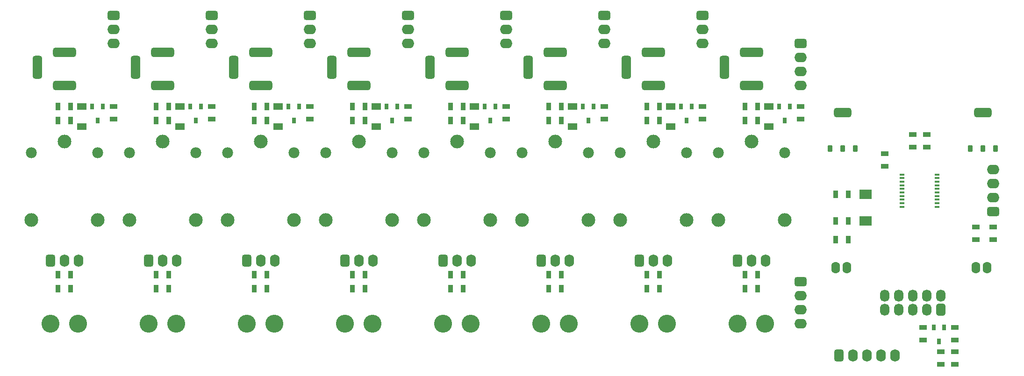
<source format=gts>
G04*
G04 #@! TF.GenerationSoftware,Altium Limited,Altium Designer,21.6.1 (37)*
G04*
G04 Layer_Color=8388736*
%FSTAX24Y24*%
%MOIN*%
G70*
G04*
G04 #@! TF.SameCoordinates,81F21C5A-03A8-4AE1-96E5-B6EC8A9FC791*
G04*
G04*
G04 #@! TF.FilePolarity,Negative*
G04*
G01*
G75*
%ADD24R,0.0568X0.0380*%
%ADD25R,0.0277X0.0395*%
%ADD26R,0.0380X0.0568*%
%ADD27R,0.0867X0.0671*%
%ADD28R,0.0380X0.0180*%
G04:AMPARAMS|DCode=29|XSize=67.1mil|YSize=126.1mil|CornerRadius=18.8mil|HoleSize=0mil|Usage=FLASHONLY|Rotation=270.000|XOffset=0mil|YOffset=0mil|HoleType=Round|Shape=RoundedRectangle|*
%AMROUNDEDRECTD29*
21,1,0.0671,0.0886,0,0,270.0*
21,1,0.0295,0.1261,0,0,270.0*
1,1,0.0375,-0.0443,-0.0148*
1,1,0.0375,-0.0443,0.0148*
1,1,0.0375,0.0443,0.0148*
1,1,0.0375,0.0443,-0.0148*
%
%ADD29ROUNDEDRECTD29*%
G04:AMPARAMS|DCode=30|XSize=47.4mil|YSize=35.6mil|CornerRadius=10.9mil|HoleSize=0mil|Usage=FLASHONLY|Rotation=270.000|XOffset=0mil|YOffset=0mil|HoleType=Round|Shape=RoundedRectangle|*
%AMROUNDEDRECTD30*
21,1,0.0474,0.0138,0,0,270.0*
21,1,0.0256,0.0356,0,0,270.0*
1,1,0.0218,-0.0069,-0.0128*
1,1,0.0218,-0.0069,0.0128*
1,1,0.0218,0.0069,0.0128*
1,1,0.0218,0.0069,-0.0128*
%
%ADD30ROUNDEDRECTD30*%
%ADD31R,0.0680X0.0480*%
G04:AMPARAMS|DCode=32|XSize=88mil|YSize=68mil|CornerRadius=19mil|HoleSize=0mil|Usage=FLASHONLY|Rotation=0.000|XOffset=0mil|YOffset=0mil|HoleType=Round|Shape=RoundedRectangle|*
%AMROUNDEDRECTD32*
21,1,0.0880,0.0300,0,0,0.0*
21,1,0.0500,0.0680,0,0,0.0*
1,1,0.0380,0.0250,-0.0150*
1,1,0.0380,-0.0250,-0.0150*
1,1,0.0380,-0.0250,0.0150*
1,1,0.0380,0.0250,0.0150*
%
%ADD32ROUNDEDRECTD32*%
%ADD33O,0.0880X0.0680*%
%ADD34O,0.0680X0.0867*%
G04:AMPARAMS|DCode=35|XSize=86.7mil|YSize=68mil|CornerRadius=19mil|HoleSize=0mil|Usage=FLASHONLY|Rotation=90.000|XOffset=0mil|YOffset=0mil|HoleType=Round|Shape=RoundedRectangle|*
%AMROUNDEDRECTD35*
21,1,0.0867,0.0300,0,0,90.0*
21,1,0.0487,0.0680,0,0,90.0*
1,1,0.0380,0.0150,0.0244*
1,1,0.0380,0.0150,-0.0244*
1,1,0.0380,-0.0150,-0.0244*
1,1,0.0380,-0.0150,0.0244*
%
%ADD35ROUNDEDRECTD35*%
%ADD36O,0.0680X0.0880*%
G04:AMPARAMS|DCode=37|XSize=88mil|YSize=68mil|CornerRadius=19mil|HoleSize=0mil|Usage=FLASHONLY|Rotation=270.000|XOffset=0mil|YOffset=0mil|HoleType=Round|Shape=RoundedRectangle|*
%AMROUNDEDRECTD37*
21,1,0.0880,0.0300,0,0,270.0*
21,1,0.0500,0.0680,0,0,270.0*
1,1,0.0380,-0.0150,-0.0250*
1,1,0.0380,-0.0150,0.0250*
1,1,0.0380,0.0150,0.0250*
1,1,0.0380,0.0150,-0.0250*
%
%ADD37ROUNDEDRECTD37*%
%ADD38O,0.0630X0.0830*%
%ADD39C,0.0780*%
%ADD40C,0.0980*%
G04:AMPARAMS|DCode=41|XSize=165.5mil|YSize=67.1mil|CornerRadius=18.8mil|HoleSize=0mil|Usage=FLASHONLY|Rotation=270.000|XOffset=0mil|YOffset=0mil|HoleType=Round|Shape=RoundedRectangle|*
%AMROUNDEDRECTD41*
21,1,0.1655,0.0295,0,0,270.0*
21,1,0.1280,0.0671,0,0,270.0*
1,1,0.0375,-0.0148,-0.0640*
1,1,0.0375,-0.0148,0.0640*
1,1,0.0375,0.0148,0.0640*
1,1,0.0375,0.0148,-0.0640*
%
%ADD41ROUNDEDRECTD41*%
G04:AMPARAMS|DCode=42|XSize=165.5mil|YSize=67.1mil|CornerRadius=18.8mil|HoleSize=0mil|Usage=FLASHONLY|Rotation=180.000|XOffset=0mil|YOffset=0mil|HoleType=Round|Shape=RoundedRectangle|*
%AMROUNDEDRECTD42*
21,1,0.1655,0.0295,0,0,180.0*
21,1,0.1280,0.0671,0,0,180.0*
1,1,0.0375,-0.0640,0.0148*
1,1,0.0375,0.0640,0.0148*
1,1,0.0375,0.0640,-0.0148*
1,1,0.0375,-0.0640,-0.0148*
%
%ADD42ROUNDEDRECTD42*%
%ADD43C,0.1280*%
D24*
X0735Y03615D02*
D03*
Y03525D02*
D03*
X07625Y02285D02*
D03*
Y02375D02*
D03*
X0785Y02285D02*
D03*
Y02375D02*
D03*
X08125Y03D02*
D03*
Y0309D02*
D03*
X08D02*
D03*
Y03D02*
D03*
X0765Y0375D02*
D03*
Y0366D02*
D03*
X0755Y0375D02*
D03*
Y0366D02*
D03*
X0785Y0211D02*
D03*
Y022D02*
D03*
X0775D02*
D03*
Y0211D02*
D03*
X0185Y0386D02*
D03*
Y0395D02*
D03*
X0255Y0386D02*
D03*
Y0395D02*
D03*
X0325Y0386D02*
D03*
Y0395D02*
D03*
X0395Y0386D02*
D03*
Y0395D02*
D03*
X0465Y0386D02*
D03*
Y0395D02*
D03*
X0535Y0386D02*
D03*
Y0395D02*
D03*
X0605Y0386D02*
D03*
Y0395D02*
D03*
X0675Y0386D02*
D03*
Y0395D02*
D03*
D25*
X077376Y02275D02*
D03*
X07775Y02375D02*
D03*
X077002D02*
D03*
X065988Y0395D02*
D03*
X066736D02*
D03*
X066362Y0385D02*
D03*
X058988Y0395D02*
D03*
X059736D02*
D03*
X059362Y0385D02*
D03*
X051988Y0395D02*
D03*
X052736D02*
D03*
X052362Y0385D02*
D03*
X037988Y0395D02*
D03*
X038736D02*
D03*
X038362Y0385D02*
D03*
X030988Y0395D02*
D03*
X031736D02*
D03*
X031362Y0385D02*
D03*
X023988Y0395D02*
D03*
X024736D02*
D03*
X024362Y0385D02*
D03*
X016988Y0395D02*
D03*
X017736D02*
D03*
X017362Y0385D02*
D03*
X045362D02*
D03*
X045736Y0395D02*
D03*
X044988D02*
D03*
D26*
X07Y03D02*
D03*
X0709D02*
D03*
X07Y03135D02*
D03*
X0709D02*
D03*
X07Y03325D02*
D03*
X0709D02*
D03*
X06355Y0385D02*
D03*
X06445D02*
D03*
X06355Y0395D02*
D03*
X06445D02*
D03*
X05655Y0385D02*
D03*
X05745D02*
D03*
X05655Y0395D02*
D03*
X05745D02*
D03*
X04955Y0385D02*
D03*
X05045D02*
D03*
X04955Y0395D02*
D03*
X05045D02*
D03*
X04255Y0385D02*
D03*
X04345D02*
D03*
X04255Y0395D02*
D03*
X04345D02*
D03*
X03555Y0385D02*
D03*
X03645D02*
D03*
X03555Y0395D02*
D03*
X03645D02*
D03*
X02855Y0385D02*
D03*
X02945D02*
D03*
X02855Y0395D02*
D03*
X02945D02*
D03*
X02155Y0385D02*
D03*
X02245D02*
D03*
X02155Y0395D02*
D03*
X02245D02*
D03*
X01455Y0385D02*
D03*
X01545D02*
D03*
X01455Y0395D02*
D03*
X01545D02*
D03*
X06355Y0265D02*
D03*
X06445D02*
D03*
X06355Y0275D02*
D03*
X06445D02*
D03*
X05655Y0265D02*
D03*
X05745D02*
D03*
X05655Y0275D02*
D03*
X05745D02*
D03*
X04955Y0265D02*
D03*
X05045D02*
D03*
X04955Y0275D02*
D03*
X05045D02*
D03*
X04255Y0265D02*
D03*
X04345D02*
D03*
X04255Y0275D02*
D03*
X04345D02*
D03*
X03555Y0265D02*
D03*
X03645D02*
D03*
X03555Y0275D02*
D03*
X03645D02*
D03*
X02855Y0265D02*
D03*
X02945D02*
D03*
X02855Y0275D02*
D03*
X02945D02*
D03*
X02155Y0265D02*
D03*
X02245D02*
D03*
X02155Y0275D02*
D03*
X02245D02*
D03*
X01455Y0265D02*
D03*
X01545D02*
D03*
X01455Y0275D02*
D03*
X01545D02*
D03*
D27*
X07215Y03325D02*
D03*
Y03135D02*
D03*
D28*
X07475Y034652D02*
D03*
Y034396D02*
D03*
Y03414D02*
D03*
Y033884D02*
D03*
Y033628D02*
D03*
Y033372D02*
D03*
Y033116D02*
D03*
Y03286D02*
D03*
Y032604D02*
D03*
Y032348D02*
D03*
X07725D02*
D03*
Y032604D02*
D03*
Y033116D02*
D03*
Y033628D02*
D03*
Y033884D02*
D03*
Y03414D02*
D03*
Y034396D02*
D03*
Y034652D02*
D03*
Y03286D02*
D03*
Y033372D02*
D03*
D29*
X0805Y039058D02*
D03*
X0705D02*
D03*
D30*
X081415Y0365D02*
D03*
X0805D02*
D03*
X079594Y03649D02*
D03*
X069594D02*
D03*
X0705Y0365D02*
D03*
X071415D02*
D03*
D31*
X06525Y0395D02*
D03*
Y038083D02*
D03*
X05825Y0395D02*
D03*
Y038083D02*
D03*
X05125Y0395D02*
D03*
Y038083D02*
D03*
X04425Y0395D02*
D03*
Y038083D02*
D03*
X03725Y0395D02*
D03*
Y038083D02*
D03*
X03025Y0395D02*
D03*
Y038083D02*
D03*
X02325Y0395D02*
D03*
Y038083D02*
D03*
X01625Y0395D02*
D03*
Y038083D02*
D03*
D32*
X08125Y032D02*
D03*
X0605Y046D02*
D03*
X0535D02*
D03*
X0465D02*
D03*
X0395D02*
D03*
X0325D02*
D03*
X0255D02*
D03*
X0185D02*
D03*
X0675Y027D02*
D03*
Y044D02*
D03*
D33*
X08125Y033D02*
D03*
Y034D02*
D03*
Y035D02*
D03*
X0605Y044D02*
D03*
Y045D02*
D03*
X0535Y044D02*
D03*
Y045D02*
D03*
X0465Y044D02*
D03*
Y045D02*
D03*
X0395Y044D02*
D03*
Y045D02*
D03*
X0325Y044D02*
D03*
Y045D02*
D03*
X0255Y044D02*
D03*
Y045D02*
D03*
X0185Y044D02*
D03*
Y045D02*
D03*
X0675Y026D02*
D03*
Y025D02*
D03*
Y024D02*
D03*
Y043D02*
D03*
Y042D02*
D03*
Y041D02*
D03*
D34*
X0765Y025D02*
D03*
X0755D02*
D03*
X0745D02*
D03*
X0735D02*
D03*
X0765Y026D02*
D03*
X0775D02*
D03*
X0755D02*
D03*
X0745D02*
D03*
X0735D02*
D03*
D35*
X0775Y025D02*
D03*
D36*
X07425Y02175D02*
D03*
X07325D02*
D03*
X07225D02*
D03*
X07125D02*
D03*
X051Y0285D02*
D03*
X05D02*
D03*
X058D02*
D03*
X057D02*
D03*
X044D02*
D03*
X043D02*
D03*
X037D02*
D03*
X036D02*
D03*
X03D02*
D03*
X029D02*
D03*
X023D02*
D03*
X022D02*
D03*
X016D02*
D03*
X015D02*
D03*
X064D02*
D03*
X065D02*
D03*
D37*
X07025Y02175D02*
D03*
X049Y0285D02*
D03*
X056D02*
D03*
X042D02*
D03*
X035D02*
D03*
X028D02*
D03*
X021D02*
D03*
X014D02*
D03*
X063D02*
D03*
D38*
X0808Y028D02*
D03*
X08D02*
D03*
X07D02*
D03*
X0708D02*
D03*
D39*
X066362Y036213D02*
D03*
X061638D02*
D03*
X059362D02*
D03*
X054638D02*
D03*
X052362D02*
D03*
X047638D02*
D03*
X045362D02*
D03*
X040638D02*
D03*
X038362D02*
D03*
X033638D02*
D03*
X031362D02*
D03*
X026638D02*
D03*
X024362D02*
D03*
X019638D02*
D03*
X017362D02*
D03*
X012638D02*
D03*
D40*
X064Y037D02*
D03*
X061638Y031409D02*
D03*
X066362D02*
D03*
X057Y037D02*
D03*
X054638Y031409D02*
D03*
X059362D02*
D03*
X05Y037D02*
D03*
X047638Y031409D02*
D03*
X052362D02*
D03*
X043Y037D02*
D03*
X040638Y031409D02*
D03*
X045362D02*
D03*
X036Y037D02*
D03*
X033638Y031409D02*
D03*
X038362D02*
D03*
X029Y037D02*
D03*
X026638Y031409D02*
D03*
X031362D02*
D03*
X022Y037D02*
D03*
X019638Y031409D02*
D03*
X024362D02*
D03*
X015Y037D02*
D03*
X012638Y031409D02*
D03*
X017362D02*
D03*
D41*
X027061Y042309D02*
D03*
X034061D02*
D03*
X041061D02*
D03*
X048061D02*
D03*
X020061D02*
D03*
X013061D02*
D03*
X055061D02*
D03*
X062061D02*
D03*
D42*
X029Y041D02*
D03*
Y043372D02*
D03*
X036Y041D02*
D03*
Y043372D02*
D03*
X043Y041D02*
D03*
Y043372D02*
D03*
X05D02*
D03*
Y041D02*
D03*
X022D02*
D03*
Y043372D02*
D03*
X015Y041D02*
D03*
Y043372D02*
D03*
X057D02*
D03*
Y041D02*
D03*
X064Y043372D02*
D03*
Y041D02*
D03*
D43*
X063016Y024D02*
D03*
X064984D02*
D03*
X056016D02*
D03*
X057984D02*
D03*
X049016D02*
D03*
X050984D02*
D03*
X042016D02*
D03*
X043984D02*
D03*
X035016D02*
D03*
X036984D02*
D03*
X028016D02*
D03*
X029984D02*
D03*
X021016D02*
D03*
X022984D02*
D03*
X014016D02*
D03*
X015984D02*
D03*
M02*

</source>
